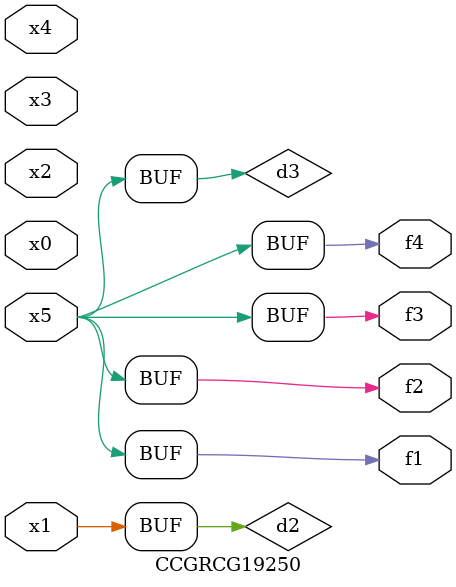
<source format=v>
module CCGRCG19250(
	input x0, x1, x2, x3, x4, x5,
	output f1, f2, f3, f4
);

	wire d1, d2, d3;

	not (d1, x5);
	or (d2, x1);
	xnor (d3, d1);
	assign f1 = d3;
	assign f2 = d3;
	assign f3 = d3;
	assign f4 = d3;
endmodule

</source>
